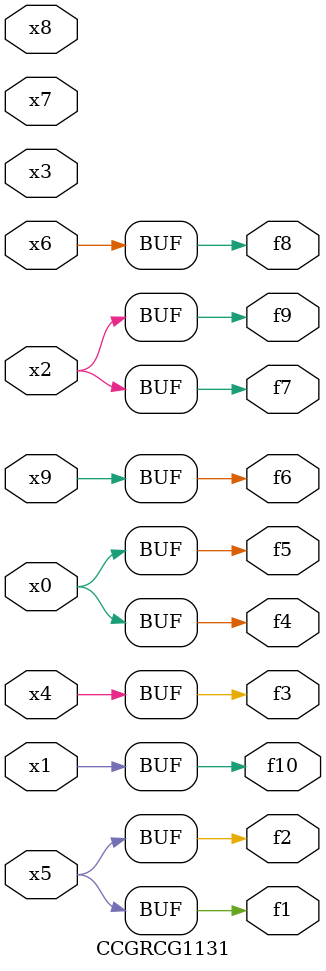
<source format=v>
module CCGRCG1131(
	input x0, x1, x2, x3, x4, x5, x6, x7, x8, x9,
	output f1, f2, f3, f4, f5, f6, f7, f8, f9, f10
);
	assign f1 = x5;
	assign f2 = x5;
	assign f3 = x4;
	assign f4 = x0;
	assign f5 = x0;
	assign f6 = x9;
	assign f7 = x2;
	assign f8 = x6;
	assign f9 = x2;
	assign f10 = x1;
endmodule

</source>
